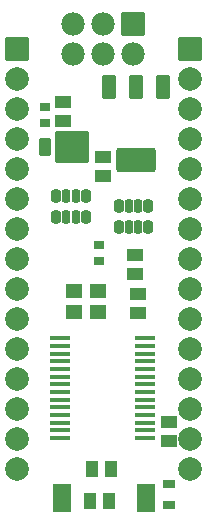
<source format=gbr>
%TF.GenerationSoftware,KiCad,Pcbnew,8.0.2*%
%TF.CreationDate,2024-06-13T12:09:12+05:30*%
%TF.ProjectId,arduino nano,61726475-696e-46f2-906e-616e6f2e6b69,rev?*%
%TF.SameCoordinates,Original*%
%TF.FileFunction,Soldermask,Bot*%
%TF.FilePolarity,Negative*%
%FSLAX46Y46*%
G04 Gerber Fmt 4.6, Leading zero omitted, Abs format (unit mm)*
G04 Created by KiCad (PCBNEW 8.0.2) date 2024-06-13 12:09:12*
%MOMM*%
%LPD*%
G01*
G04 APERTURE LIST*
G04 Aperture macros list*
%AMRoundRect*
0 Rectangle with rounded corners*
0 $1 Rounding radius*
0 $2 $3 $4 $5 $6 $7 $8 $9 X,Y pos of 4 corners*
0 Add a 4 corners polygon primitive as box body*
4,1,4,$2,$3,$4,$5,$6,$7,$8,$9,$2,$3,0*
0 Add four circle primitives for the rounded corners*
1,1,$1+$1,$2,$3*
1,1,$1+$1,$4,$5*
1,1,$1+$1,$6,$7*
1,1,$1+$1,$8,$9*
0 Add four rect primitives between the rounded corners*
20,1,$1+$1,$2,$3,$4,$5,0*
20,1,$1+$1,$4,$5,$6,$7,0*
20,1,$1+$1,$6,$7,$8,$9,0*
20,1,$1+$1,$8,$9,$2,$3,0*%
G04 Aperture macros list end*
%ADD10C,0.010000*%
%ADD11C,0.450000*%
%ADD12RoundRect,0.102000X-0.900000X-0.900000X0.900000X-0.900000X0.900000X0.900000X-0.900000X0.900000X0*%
%ADD13C,2.004000*%
%ADD14RoundRect,0.102000X-0.889000X0.889000X-0.889000X-0.889000X0.889000X-0.889000X0.889000X0.889000X0*%
%ADD15C,1.982000*%
%ADD16R,1.470000X1.020000*%
%ADD17RoundRect,0.203500X0.203500X-0.348500X0.203500X0.348500X-0.203500X0.348500X-0.203500X-0.348500X0*%
%ADD18RoundRect,0.183500X0.183500X-0.368500X0.183500X0.368500X-0.183500X0.368500X-0.183500X-0.368500X0*%
%ADD19RoundRect,0.141750X-0.425250X0.880250X-0.425250X-0.880250X0.425250X-0.880250X0.425250X0.880250X0*%
%ADD20RoundRect,0.255500X-1.441500X0.766500X-1.441500X-0.766500X1.441500X-0.766500X1.441500X0.766500X0*%
%ADD21R,0.940000X0.750000*%
%ADD22R,1.450000X1.150000*%
%ADD23RoundRect,0.102000X1.333500X-1.270000X1.333500X1.270000X-1.333500X1.270000X-1.333500X-1.270000X0*%
%ADD24RoundRect,0.102000X-0.381000X-0.635000X0.381000X-0.635000X0.381000X0.635000X-0.381000X0.635000X0*%
%ADD25R,1.070000X0.770000*%
%ADD26R,1.750000X0.450000*%
%ADD27R,1.020000X1.470000*%
%ADD28RoundRect,0.203500X-0.203500X0.348500X-0.203500X-0.348500X0.203500X-0.348500X0.203500X0.348500X0*%
%ADD29RoundRect,0.183500X-0.183500X0.368500X-0.183500X-0.368500X0.183500X-0.368500X0.183500X0.368500X0*%
G04 APERTURE END LIST*
D10*
%TO.C,J1*%
X146000000Y-124584720D02*
X144543180Y-124584720D01*
X144543180Y-122282900D01*
X146000000Y-122282900D01*
X146000000Y-124584720D01*
G36*
X146000000Y-124584720D02*
G01*
X144543180Y-124584720D01*
X144543180Y-122282900D01*
X146000000Y-122282900D01*
X146000000Y-124584720D01*
G37*
X153150000Y-124585070D02*
X151705370Y-124585070D01*
X151705370Y-122282900D01*
X153150000Y-122282900D01*
X153150000Y-124585070D01*
G36*
X153150000Y-124585070D02*
G01*
X151705370Y-124585070D01*
X151705370Y-122282900D01*
X153150000Y-122282900D01*
X153150000Y-124585070D01*
G37*
%TD*%
D11*
%TO.C,J1*%
X145275000Y-123432900D03*
X152425000Y-123432900D03*
%TD*%
D12*
%TO.C,J2*%
X141500000Y-85400000D03*
D13*
X141500000Y-87940000D03*
X141500000Y-90480000D03*
X141500000Y-93020000D03*
X141500000Y-95560000D03*
X141500000Y-98100000D03*
X141500000Y-100640000D03*
X141500000Y-103180000D03*
X141500000Y-105720000D03*
X141500000Y-108260000D03*
X141500000Y-110800000D03*
X141500000Y-113340000D03*
X141500000Y-115880000D03*
X141500000Y-118420000D03*
X141500000Y-120960000D03*
%TD*%
D14*
%TO.C,X1*%
X151371750Y-83298250D03*
D15*
X151371750Y-85838250D03*
X148831750Y-83298250D03*
X148831750Y-85838250D03*
X146291750Y-83298250D03*
X146291750Y-85838250D03*
%TD*%
D12*
%TO.C,J3*%
X156200000Y-85400000D03*
D13*
X156200000Y-87940000D03*
X156200000Y-90480000D03*
X156200000Y-93020000D03*
X156200000Y-95560000D03*
X156200000Y-98100000D03*
X156200000Y-100640000D03*
X156200000Y-103180000D03*
X156200000Y-105720000D03*
X156200000Y-108260000D03*
X156200000Y-110800000D03*
X156200000Y-113340000D03*
X156200000Y-115880000D03*
X156200000Y-118420000D03*
X156200000Y-120960000D03*
%TD*%
D16*
%TO.C,C3*%
X145450000Y-91560000D03*
X145450000Y-89940000D03*
%TD*%
D17*
%TO.C,RP2*%
X147340000Y-99620000D03*
D18*
X146500000Y-99620000D03*
X145700000Y-99620000D03*
D17*
X144860000Y-99620000D03*
X144860000Y-97850000D03*
D18*
X145700000Y-97850000D03*
X146500000Y-97850000D03*
D17*
X147340000Y-97850000D03*
%TD*%
D19*
%TO.C,VR1*%
X149300000Y-88650000D03*
X151600000Y-88650000D03*
X153900000Y-88650000D03*
D20*
X151600000Y-94820000D03*
%TD*%
D21*
%TO.C,C9*%
X143900000Y-91700000D03*
X143900000Y-90300000D03*
%TD*%
D16*
%TO.C,C1*%
X154400000Y-117040000D03*
X154400000Y-118660000D03*
%TD*%
D22*
%TO.C,C5*%
X146370000Y-107740000D03*
X146370000Y-105940000D03*
%TD*%
D16*
%TO.C,C10*%
X151800000Y-107760000D03*
X151800000Y-106140000D03*
%TD*%
D23*
%TO.C,U2*%
X146200000Y-93750000D03*
D24*
X143850000Y-93750000D03*
%TD*%
D25*
%TO.C,F2*%
X154400000Y-124050000D03*
X154400000Y-122250000D03*
%TD*%
D26*
%TO.C,U3*%
X152350000Y-109925000D03*
X152350000Y-110575000D03*
X152350000Y-111225000D03*
X152350000Y-111875000D03*
X152350000Y-112525000D03*
X152350000Y-113175000D03*
X152350000Y-113825000D03*
X152350000Y-114475000D03*
X152350000Y-115125000D03*
X152350000Y-115775000D03*
X152350000Y-116425000D03*
X152350000Y-117075000D03*
X152350000Y-117725000D03*
X152350000Y-118375000D03*
X145150000Y-118375000D03*
X145150000Y-117725000D03*
X145150000Y-117075000D03*
X145150000Y-116425000D03*
X145150000Y-115775000D03*
X145150000Y-115125000D03*
X145150000Y-114475000D03*
X145150000Y-113825000D03*
X145150000Y-113175000D03*
X145150000Y-112525000D03*
X145150000Y-111875000D03*
X145150000Y-111225000D03*
X145150000Y-110575000D03*
X145150000Y-109925000D03*
%TD*%
D22*
%TO.C,C6*%
X148370000Y-107740000D03*
X148370000Y-105940000D03*
%TD*%
D27*
%TO.C,C11*%
X149460000Y-120950000D03*
X147840000Y-120950000D03*
%TD*%
%TO.C,C8*%
X149310000Y-123700000D03*
X147690000Y-123700000D03*
%TD*%
D16*
%TO.C,C7*%
X148800000Y-94590000D03*
X148800000Y-96210000D03*
%TD*%
D21*
%TO.C,C4*%
X148450000Y-103400000D03*
X148450000Y-102000000D03*
%TD*%
D16*
%TO.C,C2*%
X151500000Y-104510000D03*
X151500000Y-102890000D03*
%TD*%
D28*
%TO.C,RP1*%
X150160000Y-98702500D03*
D29*
X151000000Y-98702500D03*
X151800000Y-98702500D03*
D28*
X152640000Y-98702500D03*
X152640000Y-100472500D03*
D29*
X151800000Y-100472500D03*
X151000000Y-100472500D03*
D28*
X150160000Y-100472500D03*
%TD*%
M02*

</source>
